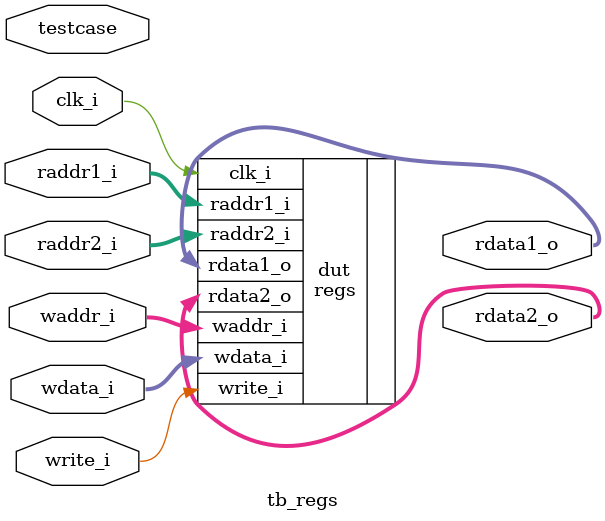
<source format=sv>
/*           __        _
 *  ________/ /  ___ _(_)__  ___
 * / __/ __/ _ \/ _ `/ / _ \/ -_)
 * \__/\__/_//_/\_,_/_/_//_/\__/
 * 
 * Copyright (C) Clément Chaine
 * This file is part of ECAP5-DPROC <https://github.com/cchaine/ECAP5-DPROC>
 *
 * ECAP5-DPROC is free software: you can redistribute it and/or modify
 * it under the terms of the GNU General Public License as published by
 * the Free Software Foundation, either version 3 of the License, or
 * (at your option) any later version.
 *
 * ECAP5-DPROC is distributed in the hope that it will be useful,
 * but WITHOUT ANY WARRANTY; without even the implied warranty of
 * MERCHANTABILITY or FITNESS FOR A PARTICULAR PURPOSE.  See the
 * GNU General Public License for more details.
 *
 * You should have received a copy of the GNU General Public License
 * along with ECAP5-DPROC.  If not, see <http://www.gnu.org/licenses/>.
 */

module tb_regs (
  input   int          testcase,

  input   logic        clk_i,     
  input   logic[4:0]   raddr1_i,  
  output  logic[31:0]  rdata1_o,  
  input   logic[4:0]   raddr2_i,  
  output  logic[31:0]  rdata2_o,  
  input   logic        write_i,   
  input   logic[4:0]   waddr_i,   
  input   logic[31:0]  wdata_i    
);

regs dut (
  .clk_i     (clk_i),
  .raddr1_i  (raddr1_i),
  .rdata1_o  (rdata1_o),
  .raddr2_i  (raddr2_i),
  .rdata2_o  (rdata2_o),
  .write_i   (write_i),
  .waddr_i   (waddr_i),
  .wdata_i   (wdata_i)   
);

endmodule // top

</source>
